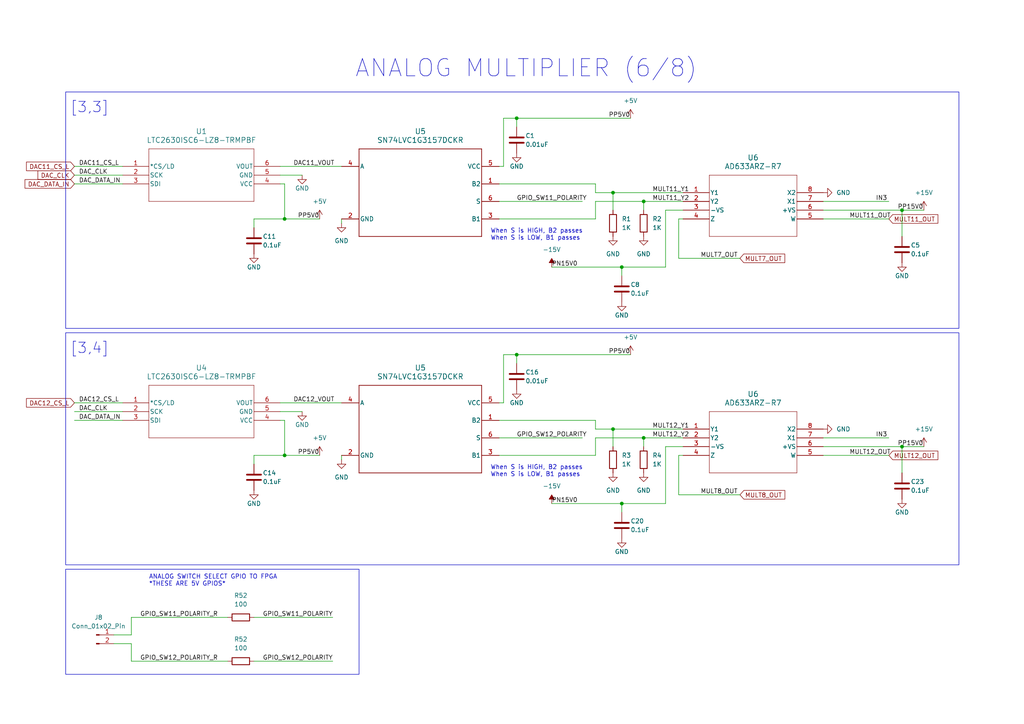
<source format=kicad_sch>
(kicad_sch (version 20230121) (generator eeschema)
  (paper "A4")
  (lib_symbols
    (symbol "AD633ARZ-R7:AD633ARZ-R7" (pin_names (offset 0.254))
      (property "Reference" "U" (at 20.32 10.16 0))
      (property "Value" "AD633ARZ-R7" (at 20.32 7.62 0))
      (symbol "AD633ARZ-R7_0_1"
        (polyline (pts (xy 7.62 -12.7) (xy 33.02 -12.7)) (stroke (width 0.127)))
        (polyline (pts (xy 7.62 5.08) (xy 7.62 -12.7)) (stroke (width 0.127)))
        (polyline (pts (xy 33.02 -12.7) (xy 33.02 5.08)) (stroke (width 0.127)))
        (polyline (pts (xy 33.02 5.08) (xy 7.62 5.08)) (stroke (width 0.127)))
        (pin unspecified line (at 0 0 0) (length 7.62) (name "Y1") (number "1"))
        (pin unspecified line (at 0 -2.54 0) (length 7.62) (name "Y2") (number "2"))
        (pin power_in line (at 0 -5.08 0) (length 7.62) (name "-VS") (number "3"))
        (pin unspecified line (at 0 -7.62 0) (length 7.62) (name "Z") (number "4"))
        (pin unspecified line (at 40.64 -7.62 180) (length 7.62) (name "W") (number "5"))
        (pin power_in line (at 40.64 -5.08 180) (length 7.62) (name "+VS") (number "6"))
        (pin unspecified line (at 40.64 -2.54 180) (length 7.62) (name "X1") (number "7"))
        (pin unspecified line (at 40.64 0 180) (length 7.62) (name "X2") (number "8"))
      )
    )
    (symbol "Connector:Conn_01x02_Pin" (pin_names (offset 1.016) hide)
      (property "Reference" "J" (at 0 2.54 0))
      (property "Value" "Conn_01x02_Pin" (at 0 -5.08 0))
      (symbol "Conn_01x02_Pin_1_1"
        (polyline (pts (xy 1.27 -2.54) (xy 0.8636 -2.54)) (stroke (width 0.1524)))
        (polyline (pts (xy 1.27 0) (xy 0.8636 0)) (stroke (width 0.1524)))
        (rectangle (start 0.8636 -2.413) (end 0 -2.667) (stroke (width 0.1524)) (fill (type outline)))
        (rectangle (start 0.8636 0.127) (end 0 -0.127) (stroke (width 0.1524)) (fill (type outline)))
        (pin passive line (at 5.08 0 180) (length 3.81) (name "Pin_1") (number "1"))
        (pin passive line (at 5.08 -2.54 180) (length 3.81) (name "Pin_2") (number "2"))
      )
    )
    (symbol "Device:C" (pin_numbers hide) (pin_names (offset 0.254))
      (property "Reference" "C" (at 0.635 2.54 0))
      (property "Value" "C" (at 0.635 -2.54 0))
      (symbol "C_0_1"
        (polyline (pts (xy -2.032 -0.762) (xy 2.032 -0.762)) (stroke (width 0.508)))
        (polyline (pts (xy -2.032 0.762) (xy 2.032 0.762)) (stroke (width 0.508)))
      )
      (symbol "C_1_1"
        (pin passive line (at 0 3.81 270) (length 2.794) (name "~") (number "1"))
        (pin passive line (at 0 -3.81 90) (length 2.794) (name "~") (number "2"))
      )
    )
    (symbol "Device:R" (pin_numbers hide) (pin_names (offset 0))
      (property "Reference" "R" (at 2.032 0 90))
      (property "Value" "R" (at 0 0 90))
      (symbol "R_0_1"
        (rectangle (start -1.016 -2.54) (end 1.016 2.54) (stroke (width 0.254)))
      )
      (symbol "R_1_1"
        (pin passive line (at 0 3.81 270) (length 1.27) (name "~") (number "1"))
        (pin passive line (at 0 -3.81 90) (length 1.27) (name "~") (number "2"))
      )
    )
    (symbol "LTC2630ISC6-LZ8#TRMPBF:LTC2630ISC6-LZ8-TRMPBF" (pin_names (offset 0.254))
      (property "Reference" "U" (at 22.86 10.16 0))
      (property "Value" "LTC2630ISC6-LZ8-TRMPBF" (at 22.86 7.62 0))
      (symbol "LTC2630ISC6-LZ8-TRMPBF_0_1"
        (polyline (pts (xy 7.62 -10.16) (xy 38.1 -10.16)) (stroke (width 0.127)))
        (polyline (pts (xy 7.62 5.08) (xy 7.62 -10.16)) (stroke (width 0.127)))
        (polyline (pts (xy 38.1 -10.16) (xy 38.1 5.08)) (stroke (width 0.127)))
        (polyline (pts (xy 38.1 5.08) (xy 7.62 5.08)) (stroke (width 0.127)))
        (pin input line (at 0 0 0) (length 7.62) (name "*CS/LD") (number "1"))
        (pin input line (at 0 -2.54 0) (length 7.62) (name "SCK") (number "2"))
        (pin input line (at 0 -5.08 0) (length 7.62) (name "SDI") (number "3"))
        (pin power_in line (at 45.72 -5.08 180) (length 7.62) (name "VCC") (number "4"))
        (pin power_out line (at 45.72 -2.54 180) (length 7.62) (name "GND") (number "5"))
        (pin output line (at 45.72 0 180) (length 7.62) (name "VOUT") (number "6"))
      )
    )
    (symbol "SN74LVC1G3157DCKR:SN74LVC1G3157DCKR" (pin_names (offset 0.254))
      (property "Reference" "U" (at 0 2.54 0))
      (property "Value" "SN74LVC1G3157DCKR" (at 0 0 0))
      (symbol "SN74LVC1G3157DCKR_0_1"
        (polyline (pts (xy -17.78 -12.7) (xy 17.78 -12.7)) (stroke (width 0.2032)))
        (polyline (pts (xy -17.78 12.7) (xy -17.78 -12.7)) (stroke (width 0.2032)))
        (polyline (pts (xy 17.78 -12.7) (xy 17.78 12.7)) (stroke (width 0.2032)))
        (polyline (pts (xy 17.78 12.7) (xy -17.78 12.7)) (stroke (width 0.2032)))
        (pin input line (at -22.86 2.54 0) (length 5.08) (name "B2") (number "1"))
        (pin power_in line (at 22.86 -7.62 180) (length 5.08) (name "GND") (number "2"))
        (pin input line (at -22.86 -7.62 0) (length 5.08) (name "B1") (number "3"))
        (pin output line (at 22.86 7.62 180) (length 5.08) (name "A") (number "4"))
        (pin power_in line (at -22.86 7.62 0) (length 5.08) (name "VCC") (number "5"))
        (pin input line (at -22.86 -2.54 0) (length 5.08) (name "S") (number "6"))
      )
    )
    (symbol "power:+15V" (power) (pin_names (offset 0))
      (property "Value" "+15V" (at 0 3.556 0))
      (symbol "+15V_0_1"
        (polyline (pts (xy -0.762 1.27) (xy 0 2.54)))
        (polyline (pts (xy 0 0) (xy 0 2.54)))
        (polyline (pts (xy 0 2.54) (xy 0.762 1.27)))
      )
      (symbol "+15V_1_1"
        (pin power_in line (at 0 0 90) (length 0) hide (name "+15V") (number "1"))
      )
    )
    (symbol "power:+5V" (power) (pin_names (offset 0))
      (property "Value" "+5V" (at 0 3.556 0))
      (symbol "+5V_0_1"
        (polyline (pts (xy -0.762 1.27) (xy 0 2.54)))
        (polyline (pts (xy 0 0) (xy 0 2.54)))
        (polyline (pts (xy 0 2.54) (xy 0.762 1.27)))
      )
      (symbol "+5V_1_1"
        (pin power_in line (at 0 0 90) (length 0) hide (name "+5V") (number "1"))
      )
    )
    (symbol "power:-15V" (power) (pin_names (offset 0))
      (property "Value" "-15V" (at 0 3.81 0))
      (symbol "-15V_0_0"
        (pin power_in line (at 0 0 90) (length 0) hide (name "-15V") (number "1"))
      )
      (symbol "-15V_0_1"
        (polyline (pts (xy 0 0) (xy 0 1.27) (xy 0.762 1.27) (xy 0 2.54) (xy -0.762 1.27) (xy 0 1.27)) (fill (type outline)))
      )
    )
    (symbol "power:GND" (power) (pin_names (offset 0))
      (property "Value" "GND" (at 0 -3.81 0))
      (symbol "GND_0_1"
        (polyline (pts (xy 0 0) (xy 0 -1.27) (xy 1.27 -1.27) (xy 0 -2.54) (xy -1.27 -1.27) (xy 0 -1.27)))
      )
      (symbol "GND_1_1"
        (pin power_in line (at 0 0 270) (length 0) hide (name "GND") (number "1"))
      )
    )
  )
  (junction (at 186.69 127))
  (junction (at 180.34 77.47))
  (junction (at 186.69 58.42))
  (junction (at 149.86 34.29))
  (junction (at 261.62 60.96))
  (junction (at 82.55 132.08))
  (junction (at 177.8 55.88))
  (junction (at 82.55 63.5))
  (junction (at 149.86 102.87))
  (junction (at 177.8 124.46))
  (junction (at 180.34 146.05))
  (junction (at 261.62 129.54))
  (wire (pts (xy 177.8 55.88) (xy 198.12 55.88)))
  (wire (pts (xy 180.34 77.47) (xy 180.34 80.01)))
  (wire (pts (xy 172.72 58.42) (xy 186.69 58.42)))
  (wire (pts (xy 196.85 74.93) (xy 214.63 74.93)))
  (wire (pts (xy 146.05 102.87) (xy 149.86 102.87)))
  (wire (pts (xy 238.76 58.42) (xy 257.81 58.42)))
  (wire (pts (xy 21.59 48.26) (xy 35.56 48.26)))
  (wire (pts (xy 81.28 116.84) (xy 99.06 116.84)))
  (wire (pts (xy 82.55 121.92) (xy 81.28 121.92)))
  (wire (pts (xy 177.8 124.46) (xy 177.8 129.54)))
  (wire (pts (xy 172.72 121.92) (xy 172.72 124.46)))
  (wire (pts (xy 186.69 127) (xy 198.12 127)))
  (wire (pts (xy 160.02 146.05) (xy 180.34 146.05)))
  (wire (pts (xy 144.78 127) (xy 168.91 127)))
  (wire (pts (xy 198.12 129.54) (xy 193.04 129.54)))
  (wire (pts (xy 73.66 179.07) (xy 96.52 179.07)))
  (wire (pts (xy 196.85 63.5) (xy 198.12 63.5)))
  (wire (pts (xy 82.55 53.34) (xy 82.55 63.5)))
  (wire (pts (xy 149.86 102.87) (xy 149.86 105.41)))
  (wire (pts (xy 196.85 63.5) (xy 196.85 74.93)))
  (wire (pts (xy 193.04 60.96) (xy 193.04 77.47)))
  (wire (pts (xy 261.62 129.54) (xy 267.97 129.54)))
  (wire (pts (xy 261.62 60.96) (xy 267.97 60.96)))
  (wire (pts (xy 73.66 191.77) (xy 96.52 191.77)))
  (wire (pts (xy 172.72 132.08) (xy 172.72 127)))
  (wire (pts (xy 81.28 48.26) (xy 99.06 48.26)))
  (wire (pts (xy 33.02 186.69) (xy 38.1 186.69)))
  (wire (pts (xy 177.8 55.88) (xy 177.8 60.96)))
  (wire (pts (xy 73.66 132.08) (xy 82.55 132.08)))
  (wire (pts (xy 172.72 55.88) (xy 177.8 55.88)))
  (wire (pts (xy 149.86 102.87) (xy 182.88 102.87)))
  (wire (pts (xy 81.28 50.8) (xy 87.63 50.8)))
  (wire (pts (xy 196.85 143.51) (xy 214.63 143.51)))
  (wire (pts (xy 146.05 116.84) (xy 144.78 116.84)))
  (wire (pts (xy 99.06 64.77) (xy 99.06 63.5)))
  (wire (pts (xy 180.34 77.47) (xy 193.04 77.47)))
  (wire (pts (xy 144.78 121.92) (xy 172.72 121.92)))
  (wire (pts (xy 172.72 124.46) (xy 177.8 124.46)))
  (wire (pts (xy 144.78 58.42) (xy 168.91 58.42)))
  (wire (pts (xy 33.02 184.15) (xy 38.1 184.15)))
  (wire (pts (xy 146.05 34.29) (xy 146.05 48.26)))
  (wire (pts (xy 193.04 129.54) (xy 193.04 146.05)))
  (wire (pts (xy 146.05 102.87) (xy 146.05 116.84)))
  (wire (pts (xy 238.76 60.96) (xy 261.62 60.96)))
  (wire (pts (xy 180.34 146.05) (xy 193.04 146.05)))
  (wire (pts (xy 73.66 63.5) (xy 73.66 66.04)))
  (wire (pts (xy 186.69 58.42) (xy 198.12 58.42)))
  (wire (pts (xy 38.1 184.15) (xy 38.1 179.07)))
  (wire (pts (xy 198.12 60.96) (xy 193.04 60.96)))
  (wire (pts (xy 149.86 34.29) (xy 182.88 34.29)))
  (wire (pts (xy 238.76 127) (xy 257.81 127)))
  (wire (pts (xy 82.55 132.08) (xy 92.71 132.08)))
  (wire (pts (xy 21.59 121.92) (xy 35.56 121.92)))
  (wire (pts (xy 38.1 179.07) (xy 66.04 179.07)))
  (wire (pts (xy 146.05 34.29) (xy 149.86 34.29)))
  (wire (pts (xy 144.78 53.34) (xy 172.72 53.34)))
  (wire (pts (xy 144.78 63.5) (xy 172.72 63.5)))
  (wire (pts (xy 238.76 63.5) (xy 257.81 63.5)))
  (wire (pts (xy 172.72 127) (xy 186.69 127)))
  (wire (pts (xy 261.62 129.54) (xy 261.62 137.16)))
  (wire (pts (xy 160.02 77.47) (xy 180.34 77.47)))
  (wire (pts (xy 38.1 186.69) (xy 38.1 191.77)))
  (wire (pts (xy 146.05 48.26) (xy 144.78 48.26)))
  (wire (pts (xy 82.55 53.34) (xy 81.28 53.34)))
  (wire (pts (xy 21.59 116.84) (xy 35.56 116.84)))
  (wire (pts (xy 172.72 53.34) (xy 172.72 55.88)))
  (wire (pts (xy 144.78 132.08) (xy 172.72 132.08)))
  (wire (pts (xy 99.06 133.35) (xy 99.06 132.08)))
  (wire (pts (xy 238.76 129.54) (xy 261.62 129.54)))
  (wire (pts (xy 73.66 132.08) (xy 73.66 134.62)))
  (wire (pts (xy 82.55 63.5) (xy 92.71 63.5)))
  (wire (pts (xy 21.59 50.8) (xy 35.56 50.8)))
  (wire (pts (xy 261.62 60.96) (xy 261.62 68.58)))
  (wire (pts (xy 38.1 191.77) (xy 66.04 191.77)))
  (wire (pts (xy 82.55 121.92) (xy 82.55 132.08)))
  (wire (pts (xy 21.59 53.34) (xy 35.56 53.34)))
  (wire (pts (xy 81.28 119.38) (xy 87.63 119.38)))
  (wire (pts (xy 149.86 34.29) (xy 149.86 36.83)))
  (wire (pts (xy 186.69 127) (xy 186.69 129.54)))
  (wire (pts (xy 21.59 119.38) (xy 35.56 119.38)))
  (wire (pts (xy 177.8 124.46) (xy 198.12 124.46)))
  (wire (pts (xy 238.76 132.08) (xy 257.81 132.08)))
  (wire (pts (xy 73.66 63.5) (xy 82.55 63.5)))
  (wire (pts (xy 186.69 58.42) (xy 186.69 60.96)))
  (wire (pts (xy 196.85 132.08) (xy 196.85 143.51)))
  (wire (pts (xy 180.34 146.05) (xy 180.34 148.59)))
  (wire (pts (xy 172.72 63.5) (xy 172.72 58.42)))
  (wire (pts (xy 196.85 132.08) (xy 198.12 132.08)))
  (rectangle (start 19.05 26.67) (end 278.13 95.25))
  (rectangle (start 19.05 96.52) (end 278.13 163.83))
  (rectangle (start 19.05 165.1) (end 104.14 195.58))
  (text "ANALOG SWITCH SELECT GPIO TO FPGA\n*THESE ARE 5V GPIOS*" (at 43.18 170.18 0) (effects (font (size 1.27 1.27)) (justify left bottom)))
  (text "When S is HIGH, B2 passes\nWhen S is LOW, B1 passes" (at 142.24 138.43 0) (effects (font (size 1.27 1.27)) (justify left bottom)))
  (text "[3,3]" (at 20.32 33.02 0) (effects (font (size 3 3)) (justify left bottom)))
  (text "[3,4]" (at 20.32 102.87 0) (effects (font (size 3 3)) (justify left bottom)))
  (text "When S is HIGH, B2 passes\nWhen S is LOW, B1 passes" (at 142.24 69.85 0) (effects (font (size 1.27 1.27)) (justify left bottom)))
  (text "ANALOG MULTIPLIER (6/8)" (at 102.87 22.86 0) (effects (font (size 5 5)) (justify left bottom)))
  (label "MULT11_OUT" (at 246.38 63.5 0))
  (label "GPIO_SW12_POLARITY_R" (at 40.64 191.77 0))
  (label "IN3" (at 254 127 0))
  (label "DAC_DATA_IN" (at 22.86 53.34 0))
  (label "MULT11_Y2" (at 189.23 58.42 0))
  (label "GPIO_SW12_POLARITY" (at 76.2 191.77 0))
  (label "GPIO_SW12_POLARITY" (at 149.86 127 0))
  (label "DAC12_VOUT" (at 85.09 116.84 0))
  (label "GPIO_SW11_POLARITY" (at 76.2 179.07 0))
  (label "MULT8_OUT" (at 203.2 143.51 0))
  (label "MULT12_Y2" (at 189.23 127 0))
  (label "PP5V0" (at 86.36 63.5 0))
  (label "MULT12_Y1" (at 189.23 124.46 0))
  (label "DAC11_CS_L" (at 22.86 48.26 0))
  (label "MULT11_Y1" (at 189.23 55.88 0))
  (label "IN3" (at 254 58.42 0))
  (label "DAC12_CS_L" (at 22.86 116.84 0))
  (label "PN15V0" (at 160.02 77.47 0))
  (label "GPIO_SW11_POLARITY_R" (at 40.64 179.07 0))
  (label "DAC11_VOUT" (at 85.09 48.26 0))
  (label "PP5V0" (at 176.53 34.29 0))
  (label "GPIO_SW11_POLARITY" (at 149.86 58.42 0))
  (label "DAC_CLK" (at 22.86 50.8 0))
  (label "PP15V0" (at 260.35 60.96 0))
  (label "MULT7_OUT" (at 203.2 74.93 0))
  (label "PN15V0" (at 160.02 146.05 0))
  (label "PP15V0" (at 260.35 129.54 0))
  (label "PP5V0" (at 176.53 102.87 0))
  (label "PP5V0" (at 86.36 132.08 0))
  (label "DAC_DATA_IN" (at 22.86 121.92 0))
  (label "MULT12_OUT" (at 246.38 132.08 0))
  (label "DAC_CLK" (at 22.86 119.38 0))
  (global_label "DAC12_CS_L" (shape input) (at 21.59 116.84 180) (property "Intersheetrefs" "${INTERSHEET_REFS}" (effects hide)))
  (global_label "MULT8_OUT" (shape input) (at 214.63 143.51 0) (property "Intersheetrefs" "${INTERSHEET_REFS}" (effects hide)))
  (global_label "MULT11_OUT" (shape input) (at 257.81 63.5 0) (property "Intersheetrefs" "${INTERSHEET_REFS}" (effects hide)))
  (global_label "DAC_CLK" (shape input) (at 21.59 50.8 180) (property "Intersheetrefs" "${INTERSHEET_REFS}" (effects hide)))
  (global_label "MULT7_OUT" (shape input) (at 214.6091 74.93 0) (property "Intersheetrefs" "${INTERSHEET_REFS}" (effects hide)))
  (global_label "MULT12_OUT" (shape input) (at 257.81 132.08 0) (property "Intersheetrefs" "${INTERSHEET_REFS}" (effects hide)))
  (global_label "DAC11_CS_L" (shape input) (at 21.59 48.26 180) (property "Intersheetrefs" "${INTERSHEET_REFS}" (effects hide)))
  (global_label "DAC_DATA_IN" (shape input) (at 21.59 53.34 180) (property "Intersheetrefs" "${INTERSHEET_REFS}" (effects hide)))
  (symbol (lib_id "Connector:Conn_01x02_Pin") (at 27.94 184.15 0) (unit 1)
    (property "Reference" "J8" (at 28.575 179.07 0))
    (property "Value" "Conn_01x02_Pin" (at 28.575 181.61 0))
    (property "Footprint" "Connector_PinHeader_2.54mm:PinHeader_1x02_P2.54mm_Vertical" (effects hide))
    (instances (project "fydp" (path "" (reference "J8") (unit 1)) (path "" (reference "J10") (unit 1)) (path "" (reference "J16") (unit 1))))
  )
  (symbol (lib_id "power:+5V") (at 92.71 132.08 0) (unit 1)
    (property "Reference" "#PWR021" (effects hide))
    (property "Value" "+5V" (at 92.71 127 0))
    (instances (project "fydp" (path "" (reference "#PWR021") (unit 1)) (path "" (reference "#PWR054") (unit 1)) (path "" (reference "#PWR0139") (unit 1))))
  )
  (symbol (lib_id "power:GND") (at 180.34 87.63 0) (unit 1)
    (property "Reference" "#PWR014" (effects hide))
    (property "Value" "GND" (at 180.34 91.44 0))
    (instances (project "fydp" (path "" (reference "#PWR014") (unit 1)) (path "" (reference "#PWR057") (unit 1)) (path "" (reference "#PWR093") (unit 1)) (path "" (reference "#PWR0129") (unit 1)) (path "" (reference "#PWR0201") (unit 1)) (path "" (reference "#PWR0165") (unit 1)) (path "" (reference "#PWR0237") (unit 1))))
  )
  (symbol (lib_id "power:GND") (at 87.63 50.8 0) (unit 1)
    (property "Reference" "#PWR01" (effects hide))
    (property "Value" "GND" (at 87.63 54.61 0))
    (instances (project "fydp" (path "" (reference "#PWR01") (unit 1)) (path "" (reference "#PWR043") (unit 1)) (path "" (reference "#PWR079") (unit 1)) (path "" (reference "#PWR0115") (unit 1)) (path "" (reference "#PWR0187") (unit 1)) (path "" (reference "#PWR0151") (unit 1)) (path "" (reference "#PWR0223") (unit 1))))
  )
  (symbol (lib_id "power:GND") (at 87.63 119.38 0) (unit 1)
    (property "Reference" "#PWR022" (effects hide))
    (property "Value" "GND" (at 87.63 123.19 0))
    (instances (project "fydp" (path "" (reference "#PWR022") (unit 1)) (path "" (reference "#PWR044") (unit 1)) (path "" (reference "#PWR080") (unit 1)) (path "" (reference "#PWR0116") (unit 1)) (path "" (reference "#PWR0188") (unit 1)) (path "" (reference "#PWR0152") (unit 1)) (path "" (reference "#PWR0224") (unit 1))))
  )
  (symbol (lib_id "power:GND") (at 99.06 133.35 0) (unit 1)
    (property "Reference" "#PWR023" (effects hide))
    (property "Value" "GND" (at 99.06 138.43 0))
    (instances (project "fydp" (path "" (reference "#PWR023") (unit 1)) (path "" (reference "#PWR046") (unit 1)) (path "" (reference "#PWR082") (unit 1)) (path "" (reference "#PWR0118") (unit 1)) (path "" (reference "#PWR0190") (unit 1)) (path "" (reference "#PWR0154") (unit 1)) (path "" (reference "#PWR0226") (unit 1))))
  )
  (symbol (lib_id "power:GND") (at 238.76 124.46 90) (unit 1)
    (property "Reference" "#PWR033" (effects hide))
    (property "Value" "GND" (at 242.57 124.46 90) (effects (justify right)))
    (instances (project "fydp" (path "" (reference "#PWR033") (unit 1)) (path "" (reference "#PWR066") (unit 1)) (path "" (reference "#PWR0102") (unit 1)) (path "" (reference "#PWR0138") (unit 1)) (path "" (reference "#PWR0210") (unit 1)) (path "" (reference "#PWR0174") (unit 1)) (path "" (reference "#PWR0246") (unit 1))))
  )
  (symbol (lib_id "Device:C") (at 73.66 138.43 0) (unit 1)
    (property "Reference" "C14" (at 76.2 137.16 0) (effects (justify left)))
    (property "Value" "0.1uF" (at 76.2 139.7 0) (effects (justify left)))
    (property "Footprint" "Capacitor_SMD:C_0805_2012Metric" (effects hide))
    (instances (project "fydp" (path "" (reference "C14") (unit 1)) (path "" (reference "C28") (unit 1)) (path "" (reference "C52") (unit 1)) (path "" (reference "C76") (unit 1)) (path "" (reference "C124") (unit 1)) (path "" (reference "C100") (unit 1)) (path "" (reference "C148") (unit 1))))
  )
  (symbol (lib_id "power:GND") (at 186.69 137.16 0) (unit 1)
    (property "Reference" "#PWR030" (effects hide))
    (property "Value" "GND" (at 186.69 142.24 0))
    (instances (project "fydp" (path "" (reference "#PWR030") (unit 1)) (path "" (reference "#PWR060") (unit 1)) (path "" (reference "#PWR096") (unit 1)) (path "" (reference "#PWR0132") (unit 1)) (path "" (reference "#PWR0204") (unit 1)) (path "" (reference "#PWR0168") (unit 1)) (path "" (reference "#PWR0240") (unit 1))))
  )
  (symbol (lib_id "power:+5V") (at 182.88 102.87 0) (unit 1)
    (property "Reference" "#PWR021" (effects hide))
    (property "Value" "+5V" (at 182.88 97.79 0))
    (instances (project "fydp" (path "" (reference "#PWR021") (unit 1)) (path "" (reference "#PWR053") (unit 1)) (path "" (reference "#PWR0133") (unit 1))))
  )
  (symbol (lib_id "power:GND") (at 73.66 73.66 0) (unit 1)
    (property "Reference" "#PWR017" (effects hide))
    (property "Value" "GND" (at 73.66 77.47 0))
    (instances (project "fydp" (path "" (reference "#PWR017") (unit 1)) (path "" (reference "#PWR039") (unit 1)) (path "" (reference "#PWR075") (unit 1)) (path "" (reference "#PWR0111") (unit 1)) (path "" (reference "#PWR0183") (unit 1)) (path "" (reference "#PWR0147") (unit 1)) (path "" (reference "#PWR0219") (unit 1))))
  )
  (symbol (lib_id "power:+15V") (at 267.97 129.54 0) (unit 1)
    (property "Reference" "#PWR016" (effects hide))
    (property "Value" "+15V" (at 267.97 124.46 0))
    (instances (project "fydp" (path "" (reference "#PWR016") (unit 1)) (path "" (reference "#PWR067") (unit 1)) (path "" (reference "#PWR0134") (unit 1))))
  )
  (symbol (lib_id "power:GND") (at 261.62 144.78 0) (unit 1)
    (property "Reference" "#PWR035" (effects hide))
    (property "Value" "GND" (at 261.62 148.59 0))
    (instances (project "fydp" (path "" (reference "#PWR035") (unit 1)) (path "" (reference "#PWR070") (unit 1)) (path "" (reference "#PWR0106") (unit 1)) (path "" (reference "#PWR0142") (unit 1)) (path "" (reference "#PWR0214") (unit 1)) (path "" (reference "#PWR0178") (unit 1)) (path "" (reference "#PWR0250") (unit 1))))
  )
  (symbol (lib_id "power:GND") (at 73.66 142.24 0) (unit 1)
    (property "Reference" "#PWR020" (effects hide))
    (property "Value" "GND" (at 73.66 146.05 0))
    (instances (project "fydp" (path "" (reference "#PWR020") (unit 1)) (path "" (reference "#PWR040") (unit 1)) (path "" (reference "#PWR076") (unit 1)) (path "" (reference "#PWR0112") (unit 1)) (path "" (reference "#PWR0184") (unit 1)) (path "" (reference "#PWR0148") (unit 1)) (path "" (reference "#PWR0220") (unit 1))))
  )
  (symbol (lib_id "power:GND") (at 177.8 68.58 0) (unit 1)
    (property "Reference" "#PWR04" (effects hide))
    (property "Value" "GND" (at 177.8 73.66 0))
    (instances (project "fydp" (path "" (reference "#PWR04") (unit 1)) (path "" (reference "#PWR055") (unit 1)) (path "" (reference "#PWR091") (unit 1)) (path "" (reference "#PWR0127") (unit 1)) (path "" (reference "#PWR0199") (unit 1)) (path "" (reference "#PWR0163") (unit 1)) (path "" (reference "#PWR0235") (unit 1))))
  )
  (symbol (lib_id "power:-15V") (at 160.02 146.05 0) (unit 1)
    (property "Reference" "#PWR018" (effects hide))
    (property "Value" "-15V" (at 160.02 140.97 0))
    (instances (project "fydp" (path "" (reference "#PWR018") (unit 1)) (path "" (reference "#PWR068") (unit 1)) (path "" (reference "#PWR0140") (unit 1))))
  )
  (symbol (lib_id "power:GND") (at 177.8 137.16 0) (unit 1)
    (property "Reference" "#PWR028" (effects hide))
    (property "Value" "GND" (at 177.8 142.24 0))
    (instances (project "fydp" (path "" (reference "#PWR028") (unit 1)) (path "" (reference "#PWR056") (unit 1)) (path "" (reference "#PWR092") (unit 1)) (path "" (reference "#PWR0128") (unit 1)) (path "" (reference "#PWR0200") (unit 1)) (path "" (reference "#PWR0164") (unit 1)) (path "" (reference "#PWR0236") (unit 1))))
  )
  (symbol (lib_id "Device:C") (at 149.86 40.64 0) (unit 1)
    (property "Reference" "C1" (at 152.4 39.37 0) (effects (justify left)))
    (property "Value" "0.01uF" (at 152.4 41.91 0) (effects (justify left)))
    (property "Footprint" "Capacitor_SMD:C_0805_2012Metric" (effects hide))
    (instances (project "fydp" (path "" (reference "C1") (unit 1)) (path "" (reference "C31") (unit 1)) (path "" (reference "C55") (unit 1)) (path "" (reference "C79") (unit 1)) (path "" (reference "C127") (unit 1)) (path "" (reference "C103") (unit 1)) (path "" (reference "C151") (unit 1))))
  )
  (symbol (lib_id "Device:C") (at 261.62 72.39 0) (unit 1)
    (property "Reference" "C5" (at 264.16 71.12 0) (effects (justify left)))
    (property "Value" "0.1uF" (at 264.16 73.66 0) (effects (justify left)))
    (property "Footprint" "Capacitor_SMD:C_0805_2012Metric" (effects hide))
    (instances (project "fydp" (path "" (reference "C5") (unit 1)) (path "" (reference "C45") (unit 1)) (path "" (reference "C69") (unit 1)) (path "" (reference "C93") (unit 1)) (path "" (reference "C141") (unit 1)) (path "" (reference "C117") (unit 1)) (path "" (reference "C165") (unit 1))))
  )
  (symbol (lib_id "power:GND") (at 261.62 76.2 0) (unit 1)
    (property "Reference" "#PWR011" (effects hide))
    (property "Value" "GND" (at 261.62 80.01 0))
    (instances (project "fydp" (path "" (reference "#PWR011") (unit 1)) (path "" (reference "#PWR069") (unit 1)) (path "" (reference "#PWR0105") (unit 1)) (path "" (reference "#PWR0141") (unit 1)) (path "" (reference "#PWR0213") (unit 1)) (path "" (reference "#PWR0177") (unit 1)) (path "" (reference "#PWR0249") (unit 1))))
  )
  (symbol (lib_id "power:+5V") (at 182.88 34.29 0) (unit 1)
    (property "Reference" "#PWR021" (effects hide))
    (property "Value" "+5V" (at 182.88 29.21 0))
    (instances (project "fydp" (path "" (reference "#PWR021") (unit 1)) (path "" (reference "#PWR052") (unit 1)) (path "" (reference "#PWR0123") (unit 1))))
  )
  (symbol (lib_id "power:GND") (at 99.06 64.77 0) (unit 1)
    (property "Reference" "#PWR02" (effects hide))
    (property "Value" "GND" (at 99.06 69.85 0))
    (instances (project "fydp" (path "" (reference "#PWR02") (unit 1)) (path "" (reference "#PWR045") (unit 1)) (path "" (reference "#PWR081") (unit 1)) (path "" (reference "#PWR0117") (unit 1)) (path "" (reference "#PWR0189") (unit 1)) (path "" (reference "#PWR0153") (unit 1)) (path "" (reference "#PWR0225") (unit 1))))
  )
  (symbol (lib_id "power:+15V") (at 267.97 60.96 0) (unit 1)
    (property "Reference" "#PWR016" (effects hide))
    (property "Value" "+15V" (at 267.97 55.88 0))
    (instances (project "fydp" (path "" (reference "#PWR016") (unit 1)) (path "" (reference "#PWR061") (unit 1)) (path "" (reference "#PWR0124") (unit 1))))
  )
  (symbol (lib_id "power:-15V") (at 160.02 77.47 0) (unit 1)
    (property "Reference" "#PWR018" (effects hide))
    (property "Value" "-15V" (at 160.02 72.39 0))
    (instances (project "fydp" (path "" (reference "#PWR018") (unit 1)) (path "" (reference "#PWR062") (unit 1)) (path "" (reference "#PWR0126") (unit 1))))
  )
  (symbol (lib_id "Device:C") (at 180.34 83.82 0) (unit 1)
    (property "Reference" "C8" (at 182.88 82.55 0) (effects (justify left)))
    (property "Value" "0.1uF" (at 182.88 85.09 0) (effects (justify left)))
    (property "Footprint" "Capacitor_SMD:C_0805_2012Metric" (effects hide))
    (instances (project "fydp" (path "" (reference "C8") (unit 1)) (path "" (reference "C39") (unit 1)) (path "" (reference "C63") (unit 1)) (path "" (reference "C87") (unit 1)) (path "" (reference "C135") (unit 1)) (path "" (reference "C111") (unit 1)) (path "" (reference "C159") (unit 1))))
  )
  (symbol (lib_id "Device:C") (at 149.86 109.22 0) (unit 1)
    (property "Reference" "C16" (at 152.4 107.95 0) (effects (justify left)))
    (property "Value" "0.01uF" (at 152.4 110.49 0) (effects (justify left)))
    (property "Footprint" "Capacitor_SMD:C_0805_2012Metric" (effects hide))
    (instances (project "fydp" (path "" (reference "C16") (unit 1)) (path "" (reference "C32") (unit 1)) (path "" (reference "C56") (unit 1)) (path "" (reference "C80") (unit 1)) (path "" (reference "C128") (unit 1)) (path "" (reference "C104") (unit 1)) (path "" (reference "C152") (unit 1))))
  )
  (symbol (lib_id "power:GND") (at 186.69 68.58 0) (unit 1)
    (property "Reference" "#PWR05" (effects hide))
    (property "Value" "GND" (at 186.69 73.66 0))
    (instances (project "fydp" (path "" (reference "#PWR05") (unit 1)) (path "" (reference "#PWR059") (unit 1)) (path "" (reference "#PWR095") (unit 1)) (path "" (reference "#PWR0131") (unit 1)) (path "" (reference "#PWR0203") (unit 1)) (path "" (reference "#PWR0167") (unit 1)) (path "" (reference "#PWR0239") (unit 1))))
  )
  (symbol (lib_id "SN74LVC1G3157DCKR:SN74LVC1G3157DCKR") (at 121.92 124.46 0) (mirror y) (unit 1)
    (property "Reference" "U5" (at 121.92 106.68 0) (effects (font (size 1.524 1.524))))
    (property "Value" "SN74LVC1G3157DCKR" (at 121.92 109.22 0) (effects (font (size 1.524 1.524))))
    (property "Footprint" "Package_TO_SOT_SMD:SOT-23-6_Handsoldering" (effects hide))
    (property "Datasheet" "SN74LVC1G3157DCKR" (effects hide))
    (instances (project "fydp" (path "" (reference "U5") (unit 1)) (path "" (reference "U10") (unit 1)) (path "" (reference "U16") (unit 1)) (path "" (reference "U22") (unit 1)) (path "" (reference "U34") (unit 1))))
  )
  (symbol (lib_id "Device:R") (at 177.8 64.77 0) (unit 1)
    (property "Reference" "R1" (at 180.34 63.5 0) (effects (justify left)))
    (property "Value" "1K" (at 180.34 66.04 0) (effects (justify left)))
    (property "Footprint" "Resistor_SMD:R_0805_2012Metric" (effects hide))
    (instances (project "fydp" (path "" (reference "R1") (unit 1)) (path "" (reference "R5") (unit 1)) (path "" (reference "R9") (unit 1)) (path "" (reference "R13") (unit 1)) (path "" (reference "R21") (unit 1)) (path "" (reference "R17") (unit 1)) (path "" (reference "R25") (unit 1))))
  )
  (symbol (lib_id "power:GND") (at 149.86 113.03 0) (unit 1)
    (property "Reference" "#PWR024" (effects hide))
    (property "Value" "GND" (at 149.86 116.84 0))
    (instances (project "fydp" (path "" (reference "#PWR024") (unit 1)) (path "" (reference "#PWR048") (unit 1)) (path "" (reference "#PWR084") (unit 1)) (path "" (reference "#PWR0120") (unit 1)) (path "" (reference "#PWR0192") (unit 1)) (path "" (reference "#PWR0156") (unit 1)) (path "" (reference "#PWR0228") (unit 1))))
  )
  (symbol (lib_id "power:GND") (at 238.76 55.88 90) (unit 1)
    (property "Reference" "#PWR06" (effects hide))
    (property "Value" "GND" (at 242.57 55.88 90) (effects (justify right)))
    (instances (project "fydp" (path "" (reference "#PWR06") (unit 1)) (path "" (reference "#PWR065") (unit 1)) (path "" (reference "#PWR0101") (unit 1)) (path "" (reference "#PWR0137") (unit 1)) (path "" (reference "#PWR0209") (unit 1)) (path "" (reference "#PWR0173") (unit 1)) (path "" (reference "#PWR0245") (unit 1))))
  )
  (symbol (lib_id "Device:C") (at 73.66 69.85 0) (unit 1)
    (property "Reference" "C11" (at 76.2 68.58 0) (effects (justify left)))
    (property "Value" "0.1uF" (at 76.2 71.12 0) (effects (justify left)))
    (property "Footprint" "Capacitor_SMD:C_0805_2012Metric" (effects hide))
    (instances (project "fydp" (path "" (reference "C11") (unit 1)) (path "" (reference "C27") (unit 1)) (path "" (reference "C51") (unit 1)) (path "" (reference "C75") (unit 1)) (path "" (reference "C123") (unit 1)) (path "" (reference "C99") (unit 1)) (path "" (reference "C147") (unit 1))))
  )
  (symbol (lib_id "AD633ARZ-R7:AD633ARZ-R7") (at 198.12 124.46 0) (unit 1)
    (property "Reference" "U6" (at 218.44 114.3 0) (effects (font (size 1.524 1.524))))
    (property "Value" "AD633ARZ-R7" (at 218.44 116.84 0) (effects (font (size 1.524 1.524))))
    (property "Footprint" "fydp:R_8_ADI" (effects hide))
    (property "Datasheet" "AD633ARZ-R7" (effects hide))
    (instances (project "fydp" (path "" (reference "U6") (unit 1)) (path "" (reference "U12") (unit 1)) (path "" (reference "U18") (unit 1)) (path "" (reference "U30") (unit 1)) (path "" (reference "U36") (unit 1))))
  )
  (symbol (lib_id "AD633ARZ-R7:AD633ARZ-R7") (at 198.12 55.88 0) (unit 1)
    (property "Reference" "U6" (at 218.44 45.72 0) (effects (font (size 1.524 1.524))))
    (property "Value" "AD633ARZ-R7" (at 218.44 48.26 0) (effects (font (size 1.524 1.524))))
    (property "Footprint" "fydp:R_8_ADI" (effects hide))
    (property "Datasheet" "AD633ARZ-R7" (effects hide))
    (instances (project "fydp" (path "" (reference "U6") (unit 1)) (path "" (reference "U12") (unit 1)) (path "" (reference "U18") (unit 1)) (path "" (reference "U30") (unit 1)) (path "" (reference "U35") (unit 1))))
  )
  (symbol (lib_id "power:+5V") (at 92.71 63.5 0) (unit 1)
    (property "Reference" "#PWR021" (effects hide))
    (property "Value" "+5V" (at 92.71 58.42 0))
    (instances (project "fydp" (path "" (reference "#PWR021") (unit 1)) (path "" (reference "#PWR051") (unit 1)) (path "" (reference "#PWR0125") (unit 1))))
  )
  (symbol (lib_id "LTC2630ISC6-LZ8#TRMPBF:LTC2630ISC6-LZ8-TRMPBF") (at 35.56 48.26 0) (unit 1)
    (property "Reference" "U1" (at 58.42 38.1 0) (effects (font (size 1.524 1.524))))
    (property "Value" "LTC2630ISC6-LZ8-TRMPBF" (at 58.42 40.64 0) (effects (font (size 1.524 1.524))))
    (property "Footprint" "Package_TO_SOT_SMD:SOT-363_SC-70-6_Handsoldering" (effects hide))
    (property "Datasheet" "LTC2630ISC6-LZ8-TRMPBF" (effects hide))
    (instances (project "fydp" (path "" (reference "U1") (unit 1)) (path "" (reference "U7") (unit 1)) (path "" (reference "U13") (unit 1)) (path "" (reference "U19") (unit 1)) (path "" (reference "U31") (unit 1)) (path "" (reference "U25") (unit 1)) (path "" (reference "U37") (unit 1))))
  )
  (symbol (lib_id "Device:C") (at 180.34 152.4 0) (unit 1)
    (property "Reference" "C20" (at 182.88 151.13 0) (effects (justify left)))
    (property "Value" "0.1uF" (at 182.88 153.67 0) (effects (justify left)))
    (property "Footprint" "Capacitor_SMD:C_0805_2012Metric" (effects hide))
    (instances (project "fydp" (path "" (reference "C20") (unit 1)) (path "" (reference "C40") (unit 1)) (path "" (reference "C64") (unit 1)) (path "" (reference "C88") (unit 1)) (path "" (reference "C136") (unit 1)) (path "" (reference "C112") (unit 1)) (path "" (reference "C160") (unit 1))))
  )
  (symbol (lib_id "LTC2630ISC6-LZ8#TRMPBF:LTC2630ISC6-LZ8-TRMPBF") (at 35.56 116.84 0) (unit 1)
    (property "Reference" "U4" (at 58.42 106.68 0) (effects (font (size 1.524 1.524))))
    (property "Value" "LTC2630ISC6-LZ8-TRMPBF" (at 58.42 109.22 0) (effects (font (size 1.524 1.524))))
    (property "Footprint" "Package_TO_SOT_SMD:SOT-363_SC-70-6_Handsoldering" (effects hide))
    (property "Datasheet" "LTC2630ISC6-LZ8-TRMPBF" (effects hide))
    (instances (project "fydp" (path "" (reference "U4") (unit 1)) (path "" (reference "U8") (unit 1)) (path "" (reference "U14") (unit 1)) (path "" (reference "U20") (unit 1)) (path "" (reference "U32") (unit 1)) (path "" (reference "U26") (unit 1)) (path "" (reference "U38") (unit 1))))
  )
  (symbol (lib_id "Device:R") (at 69.85 191.77 270) (unit 1)
    (property "Reference" "R52" (at 69.85 185.42 90))
    (property "Value" "100" (at 69.85 187.96 90))
    (property "Footprint" "Resistor_SMD:R_0805_2012Metric" (effects hide))
    (instances (project "fydp" (path "" (reference "R52") (unit 1)) (path "" (reference "R78") (unit 1)) (path "" (reference "R82") (unit 1)) (path "" (reference "R94") (unit 1))))
  )
  (symbol (lib_id "Device:R") (at 186.69 64.77 0) (unit 1)
    (property "Reference" "R2" (at 189.23 63.5 0) (effects (justify left)))
    (property "Value" "1K" (at 189.23 66.04 0) (effects (justify left)))
    (property "Footprint" "Resistor_SMD:R_0805_2012Metric" (effects hide))
    (instances (project "fydp" (path "" (reference "R2") (unit 1)) (path "" (reference "R7") (unit 1)) (path "" (reference "R11") (unit 1)) (path "" (reference "R15") (unit 1)) (path "" (reference "R23") (unit 1)) (path "" (reference "R19") (unit 1)) (path "" (reference "R27") (unit 1))))
  )
  (symbol (lib_id "Device:C") (at 261.62 140.97 0) (unit 1)
    (property "Reference" "C23" (at 264.16 139.7 0) (effects (justify left)))
    (property "Value" "0.1uF" (at 264.16 142.24 0) (effects (justify left)))
    (property "Footprint" "Capacitor_SMD:C_0805_2012Metric" (effects hide))
    (instances (project "fydp" (path "" (reference "C23") (unit 1)) (path "" (reference "C46") (unit 1)) (path "" (reference "C70") (unit 1)) (path "" (reference "C94") (unit 1)) (path "" (reference "C142") (unit 1)) (path "" (reference "C118") (unit 1)) (path "" (reference "C166") (unit 1))))
  )
  (symbol (lib_id "SN74LVC1G3157DCKR:SN74LVC1G3157DCKR") (at 121.92 55.88 0) (mirror y) (unit 1)
    (property "Reference" "U5" (at 121.92 38.1 0) (effects (font (size 1.524 1.524))))
    (property "Value" "SN74LVC1G3157DCKR" (at 121.92 40.64 0) (effects (font (size 1.524 1.524))))
    (property "Footprint" "Package_TO_SOT_SMD:SOT-23-6_Handsoldering" (effects hide))
    (property "Datasheet" "SN74LVC1G3157DCKR" (effects hide))
    (instances (project "fydp" (path "" (reference "U5") (unit 1)) (path "" (reference "U10") (unit 1)) (path "" (reference "U16") (unit 1)) (path "" (reference "U22") (unit 1)) (path "" (reference "U33") (unit 1))))
  )
  (symbol (lib_id "power:GND") (at 180.34 156.21 0) (unit 1)
    (property "Reference" "#PWR029" (effects hide))
    (property "Value" "GND" (at 180.34 160.02 0))
    (instances (project "fydp" (path "" (reference "#PWR029") (unit 1)) (path "" (reference "#PWR058") (unit 1)) (path "" (reference "#PWR094") (unit 1)) (path "" (reference "#PWR0130") (unit 1)) (path "" (reference "#PWR0202") (unit 1)) (path "" (reference "#PWR0166") (unit 1)) (path "" (reference "#PWR0238") (unit 1))))
  )
  (symbol (lib_id "power:GND") (at 149.86 44.45 0) (unit 1)
    (property "Reference" "#PWR07" (effects hide))
    (property "Value" "GND" (at 149.86 48.26 0))
    (instances (project "fydp" (path "" (reference "#PWR07") (unit 1)) (path "" (reference "#PWR047") (unit 1)) (path "" (reference "#PWR083") (unit 1)) (path "" (reference "#PWR0119") (unit 1)) (path "" (reference "#PWR0191") (unit 1)) (path "" (reference "#PWR0155") (unit 1)) (path "" (reference "#PWR0227") (unit 1))))
  )
  (symbol (lib_id "Device:R") (at 186.69 133.35 0) (unit 1)
    (property "Reference" "R4" (at 189.23 132.08 0) (effects (justify left)))
    (property "Value" "1K" (at 189.23 134.62 0) (effects (justify left)))
    (property "Footprint" "Resistor_SMD:R_0805_2012Metric" (effects hide))
    (instances (project "fydp" (path "" (reference "R4") (unit 1)) (path "" (reference "R8") (unit 1)) (path "" (reference "R12") (unit 1)) (path "" (reference "R16") (unit 1)) (path "" (reference "R24") (unit 1)) (path "" (reference "R20") (unit 1)) (path "" (reference "R28") (unit 1))))
  )
  (symbol (lib_id "Device:R") (at 69.85 179.07 270) (unit 1)
    (property "Reference" "R52" (at 69.85 172.72 90))
    (property "Value" "100" (at 69.85 175.26 90))
    (property "Footprint" "Resistor_SMD:R_0805_2012Metric" (effects hide))
    (instances (project "fydp" (path "" (reference "R52") (unit 1)) (path "" (reference "R77") (unit 1)) (path "" (reference "R81") (unit 1)) (path "" (reference "R93") (unit 1))))
  )
  (symbol (lib_id "Device:R") (at 177.8 133.35 0) (unit 1)
    (property "Reference" "R3" (at 180.34 132.08 0) (effects (justify left)))
    (property "Value" "1K" (at 180.34 134.62 0) (effects (justify left)))
    (property "Footprint" "Resistor_SMD:R_0805_2012Metric" (effects hide))
    (instances (project "fydp" (path "" (reference "R3") (unit 1)) (path "" (reference "R6") (unit 1)) (path "" (reference "R10") (unit 1)) (path "" (reference "R14") (unit 1)) (path "" (reference "R22") (unit 1)) (path "" (reference "R18") (unit 1)) (path "" (reference "R26") (unit 1))))
  )
)
</source>
